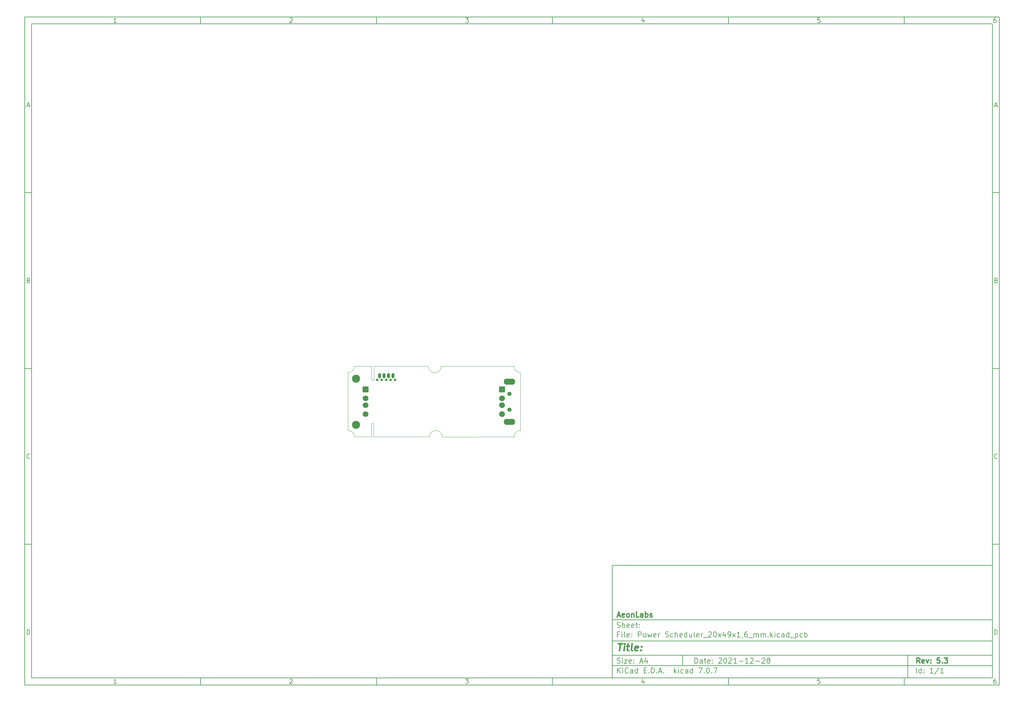
<source format=gbr>
G04 #@! TF.GenerationSoftware,KiCad,Pcbnew,7.0.7*
G04 #@! TF.CreationDate,2023-09-06T15:28:22+02:00*
G04 #@! TF.ProjectId,Power Scheduler_20x49x1_6_mm,506f7765-7220-4536-9368-6564756c6572,5.3*
G04 #@! TF.SameCoordinates,Original*
G04 #@! TF.FileFunction,Soldermask,Bot*
G04 #@! TF.FilePolarity,Negative*
%FSLAX46Y46*%
G04 Gerber Fmt 4.6, Leading zero omitted, Abs format (unit mm)*
G04 Created by KiCad (PCBNEW 7.0.7) date 2023-09-06 15:28:22*
%MOMM*%
%LPD*%
G01*
G04 APERTURE LIST*
G04 Aperture macros list*
%AMRoundRect*
0 Rectangle with rounded corners*
0 $1 Rounding radius*
0 $2 $3 $4 $5 $6 $7 $8 $9 X,Y pos of 4 corners*
0 Add a 4 corners polygon primitive as box body*
4,1,4,$2,$3,$4,$5,$6,$7,$8,$9,$2,$3,0*
0 Add four circle primitives for the rounded corners*
1,1,$1+$1,$2,$3*
1,1,$1+$1,$4,$5*
1,1,$1+$1,$6,$7*
1,1,$1+$1,$8,$9*
0 Add four rect primitives between the rounded corners*
20,1,$1+$1,$2,$3,$4,$5,0*
20,1,$1+$1,$4,$5,$6,$7,0*
20,1,$1+$1,$6,$7,$8,$9,0*
20,1,$1+$1,$8,$9,$2,$3,0*%
G04 Aperture macros list end*
%ADD10C,0.100000*%
%ADD11C,0.150000*%
%ADD12C,0.300000*%
%ADD13C,0.400000*%
%ADD14C,2.300000*%
%ADD15RoundRect,0.102000X-0.714000X0.714000X-0.714000X-0.714000X0.714000X-0.714000X0.714000X0.714000X0*%
%ADD16C,1.632000*%
%ADD17C,1.250000*%
%ADD18RoundRect,0.076200X0.754000X-0.754000X0.754000X0.754000X-0.754000X0.754000X-0.754000X-0.754000X0*%
%ADD19C,1.660400*%
%ADD20O,3.302400X1.727400*%
%ADD21C,0.700000*%
%ADD22O,0.800000X1.500000*%
G04 #@! TA.AperFunction,Profile*
%ADD23C,0.050000*%
G04 #@! TD*
G04 APERTURE END LIST*
D10*
D11*
X177002200Y-166007200D02*
X285002200Y-166007200D01*
X285002200Y-198007200D01*
X177002200Y-198007200D01*
X177002200Y-166007200D01*
D10*
D11*
X10000000Y-10000000D02*
X287002200Y-10000000D01*
X287002200Y-200007200D01*
X10000000Y-200007200D01*
X10000000Y-10000000D01*
D10*
D11*
X12000000Y-12000000D02*
X285002200Y-12000000D01*
X285002200Y-198007200D01*
X12000000Y-198007200D01*
X12000000Y-12000000D01*
D10*
D11*
X60000000Y-12000000D02*
X60000000Y-10000000D01*
D10*
D11*
X110000000Y-12000000D02*
X110000000Y-10000000D01*
D10*
D11*
X160000000Y-12000000D02*
X160000000Y-10000000D01*
D10*
D11*
X210000000Y-12000000D02*
X210000000Y-10000000D01*
D10*
D11*
X260000000Y-12000000D02*
X260000000Y-10000000D01*
D10*
D11*
X36089160Y-11593604D02*
X35346303Y-11593604D01*
X35717731Y-11593604D02*
X35717731Y-10293604D01*
X35717731Y-10293604D02*
X35593922Y-10479319D01*
X35593922Y-10479319D02*
X35470112Y-10603128D01*
X35470112Y-10603128D02*
X35346303Y-10665033D01*
D10*
D11*
X85346303Y-10417414D02*
X85408207Y-10355509D01*
X85408207Y-10355509D02*
X85532017Y-10293604D01*
X85532017Y-10293604D02*
X85841541Y-10293604D01*
X85841541Y-10293604D02*
X85965350Y-10355509D01*
X85965350Y-10355509D02*
X86027255Y-10417414D01*
X86027255Y-10417414D02*
X86089160Y-10541223D01*
X86089160Y-10541223D02*
X86089160Y-10665033D01*
X86089160Y-10665033D02*
X86027255Y-10850747D01*
X86027255Y-10850747D02*
X85284398Y-11593604D01*
X85284398Y-11593604D02*
X86089160Y-11593604D01*
D10*
D11*
X135284398Y-10293604D02*
X136089160Y-10293604D01*
X136089160Y-10293604D02*
X135655826Y-10788842D01*
X135655826Y-10788842D02*
X135841541Y-10788842D01*
X135841541Y-10788842D02*
X135965350Y-10850747D01*
X135965350Y-10850747D02*
X136027255Y-10912652D01*
X136027255Y-10912652D02*
X136089160Y-11036461D01*
X136089160Y-11036461D02*
X136089160Y-11345985D01*
X136089160Y-11345985D02*
X136027255Y-11469795D01*
X136027255Y-11469795D02*
X135965350Y-11531700D01*
X135965350Y-11531700D02*
X135841541Y-11593604D01*
X135841541Y-11593604D02*
X135470112Y-11593604D01*
X135470112Y-11593604D02*
X135346303Y-11531700D01*
X135346303Y-11531700D02*
X135284398Y-11469795D01*
D10*
D11*
X185965350Y-10726938D02*
X185965350Y-11593604D01*
X185655826Y-10231700D02*
X185346303Y-11160271D01*
X185346303Y-11160271D02*
X186151064Y-11160271D01*
D10*
D11*
X236027255Y-10293604D02*
X235408207Y-10293604D01*
X235408207Y-10293604D02*
X235346303Y-10912652D01*
X235346303Y-10912652D02*
X235408207Y-10850747D01*
X235408207Y-10850747D02*
X235532017Y-10788842D01*
X235532017Y-10788842D02*
X235841541Y-10788842D01*
X235841541Y-10788842D02*
X235965350Y-10850747D01*
X235965350Y-10850747D02*
X236027255Y-10912652D01*
X236027255Y-10912652D02*
X236089160Y-11036461D01*
X236089160Y-11036461D02*
X236089160Y-11345985D01*
X236089160Y-11345985D02*
X236027255Y-11469795D01*
X236027255Y-11469795D02*
X235965350Y-11531700D01*
X235965350Y-11531700D02*
X235841541Y-11593604D01*
X235841541Y-11593604D02*
X235532017Y-11593604D01*
X235532017Y-11593604D02*
X235408207Y-11531700D01*
X235408207Y-11531700D02*
X235346303Y-11469795D01*
D10*
D11*
X285965350Y-10293604D02*
X285717731Y-10293604D01*
X285717731Y-10293604D02*
X285593922Y-10355509D01*
X285593922Y-10355509D02*
X285532017Y-10417414D01*
X285532017Y-10417414D02*
X285408207Y-10603128D01*
X285408207Y-10603128D02*
X285346303Y-10850747D01*
X285346303Y-10850747D02*
X285346303Y-11345985D01*
X285346303Y-11345985D02*
X285408207Y-11469795D01*
X285408207Y-11469795D02*
X285470112Y-11531700D01*
X285470112Y-11531700D02*
X285593922Y-11593604D01*
X285593922Y-11593604D02*
X285841541Y-11593604D01*
X285841541Y-11593604D02*
X285965350Y-11531700D01*
X285965350Y-11531700D02*
X286027255Y-11469795D01*
X286027255Y-11469795D02*
X286089160Y-11345985D01*
X286089160Y-11345985D02*
X286089160Y-11036461D01*
X286089160Y-11036461D02*
X286027255Y-10912652D01*
X286027255Y-10912652D02*
X285965350Y-10850747D01*
X285965350Y-10850747D02*
X285841541Y-10788842D01*
X285841541Y-10788842D02*
X285593922Y-10788842D01*
X285593922Y-10788842D02*
X285470112Y-10850747D01*
X285470112Y-10850747D02*
X285408207Y-10912652D01*
X285408207Y-10912652D02*
X285346303Y-11036461D01*
D10*
D11*
X60000000Y-198007200D02*
X60000000Y-200007200D01*
D10*
D11*
X110000000Y-198007200D02*
X110000000Y-200007200D01*
D10*
D11*
X160000000Y-198007200D02*
X160000000Y-200007200D01*
D10*
D11*
X210000000Y-198007200D02*
X210000000Y-200007200D01*
D10*
D11*
X260000000Y-198007200D02*
X260000000Y-200007200D01*
D10*
D11*
X36089160Y-199600804D02*
X35346303Y-199600804D01*
X35717731Y-199600804D02*
X35717731Y-198300804D01*
X35717731Y-198300804D02*
X35593922Y-198486519D01*
X35593922Y-198486519D02*
X35470112Y-198610328D01*
X35470112Y-198610328D02*
X35346303Y-198672233D01*
D10*
D11*
X85346303Y-198424614D02*
X85408207Y-198362709D01*
X85408207Y-198362709D02*
X85532017Y-198300804D01*
X85532017Y-198300804D02*
X85841541Y-198300804D01*
X85841541Y-198300804D02*
X85965350Y-198362709D01*
X85965350Y-198362709D02*
X86027255Y-198424614D01*
X86027255Y-198424614D02*
X86089160Y-198548423D01*
X86089160Y-198548423D02*
X86089160Y-198672233D01*
X86089160Y-198672233D02*
X86027255Y-198857947D01*
X86027255Y-198857947D02*
X85284398Y-199600804D01*
X85284398Y-199600804D02*
X86089160Y-199600804D01*
D10*
D11*
X135284398Y-198300804D02*
X136089160Y-198300804D01*
X136089160Y-198300804D02*
X135655826Y-198796042D01*
X135655826Y-198796042D02*
X135841541Y-198796042D01*
X135841541Y-198796042D02*
X135965350Y-198857947D01*
X135965350Y-198857947D02*
X136027255Y-198919852D01*
X136027255Y-198919852D02*
X136089160Y-199043661D01*
X136089160Y-199043661D02*
X136089160Y-199353185D01*
X136089160Y-199353185D02*
X136027255Y-199476995D01*
X136027255Y-199476995D02*
X135965350Y-199538900D01*
X135965350Y-199538900D02*
X135841541Y-199600804D01*
X135841541Y-199600804D02*
X135470112Y-199600804D01*
X135470112Y-199600804D02*
X135346303Y-199538900D01*
X135346303Y-199538900D02*
X135284398Y-199476995D01*
D10*
D11*
X185965350Y-198734138D02*
X185965350Y-199600804D01*
X185655826Y-198238900D02*
X185346303Y-199167471D01*
X185346303Y-199167471D02*
X186151064Y-199167471D01*
D10*
D11*
X236027255Y-198300804D02*
X235408207Y-198300804D01*
X235408207Y-198300804D02*
X235346303Y-198919852D01*
X235346303Y-198919852D02*
X235408207Y-198857947D01*
X235408207Y-198857947D02*
X235532017Y-198796042D01*
X235532017Y-198796042D02*
X235841541Y-198796042D01*
X235841541Y-198796042D02*
X235965350Y-198857947D01*
X235965350Y-198857947D02*
X236027255Y-198919852D01*
X236027255Y-198919852D02*
X236089160Y-199043661D01*
X236089160Y-199043661D02*
X236089160Y-199353185D01*
X236089160Y-199353185D02*
X236027255Y-199476995D01*
X236027255Y-199476995D02*
X235965350Y-199538900D01*
X235965350Y-199538900D02*
X235841541Y-199600804D01*
X235841541Y-199600804D02*
X235532017Y-199600804D01*
X235532017Y-199600804D02*
X235408207Y-199538900D01*
X235408207Y-199538900D02*
X235346303Y-199476995D01*
D10*
D11*
X285965350Y-198300804D02*
X285717731Y-198300804D01*
X285717731Y-198300804D02*
X285593922Y-198362709D01*
X285593922Y-198362709D02*
X285532017Y-198424614D01*
X285532017Y-198424614D02*
X285408207Y-198610328D01*
X285408207Y-198610328D02*
X285346303Y-198857947D01*
X285346303Y-198857947D02*
X285346303Y-199353185D01*
X285346303Y-199353185D02*
X285408207Y-199476995D01*
X285408207Y-199476995D02*
X285470112Y-199538900D01*
X285470112Y-199538900D02*
X285593922Y-199600804D01*
X285593922Y-199600804D02*
X285841541Y-199600804D01*
X285841541Y-199600804D02*
X285965350Y-199538900D01*
X285965350Y-199538900D02*
X286027255Y-199476995D01*
X286027255Y-199476995D02*
X286089160Y-199353185D01*
X286089160Y-199353185D02*
X286089160Y-199043661D01*
X286089160Y-199043661D02*
X286027255Y-198919852D01*
X286027255Y-198919852D02*
X285965350Y-198857947D01*
X285965350Y-198857947D02*
X285841541Y-198796042D01*
X285841541Y-198796042D02*
X285593922Y-198796042D01*
X285593922Y-198796042D02*
X285470112Y-198857947D01*
X285470112Y-198857947D02*
X285408207Y-198919852D01*
X285408207Y-198919852D02*
X285346303Y-199043661D01*
D10*
D11*
X10000000Y-60000000D02*
X12000000Y-60000000D01*
D10*
D11*
X10000000Y-110000000D02*
X12000000Y-110000000D01*
D10*
D11*
X10000000Y-160000000D02*
X12000000Y-160000000D01*
D10*
D11*
X10690476Y-35222176D02*
X11309523Y-35222176D01*
X10566666Y-35593604D02*
X10999999Y-34293604D01*
X10999999Y-34293604D02*
X11433333Y-35593604D01*
D10*
D11*
X11092857Y-84912652D02*
X11278571Y-84974557D01*
X11278571Y-84974557D02*
X11340476Y-85036461D01*
X11340476Y-85036461D02*
X11402380Y-85160271D01*
X11402380Y-85160271D02*
X11402380Y-85345985D01*
X11402380Y-85345985D02*
X11340476Y-85469795D01*
X11340476Y-85469795D02*
X11278571Y-85531700D01*
X11278571Y-85531700D02*
X11154761Y-85593604D01*
X11154761Y-85593604D02*
X10659523Y-85593604D01*
X10659523Y-85593604D02*
X10659523Y-84293604D01*
X10659523Y-84293604D02*
X11092857Y-84293604D01*
X11092857Y-84293604D02*
X11216666Y-84355509D01*
X11216666Y-84355509D02*
X11278571Y-84417414D01*
X11278571Y-84417414D02*
X11340476Y-84541223D01*
X11340476Y-84541223D02*
X11340476Y-84665033D01*
X11340476Y-84665033D02*
X11278571Y-84788842D01*
X11278571Y-84788842D02*
X11216666Y-84850747D01*
X11216666Y-84850747D02*
X11092857Y-84912652D01*
X11092857Y-84912652D02*
X10659523Y-84912652D01*
D10*
D11*
X11402380Y-135469795D02*
X11340476Y-135531700D01*
X11340476Y-135531700D02*
X11154761Y-135593604D01*
X11154761Y-135593604D02*
X11030952Y-135593604D01*
X11030952Y-135593604D02*
X10845238Y-135531700D01*
X10845238Y-135531700D02*
X10721428Y-135407890D01*
X10721428Y-135407890D02*
X10659523Y-135284080D01*
X10659523Y-135284080D02*
X10597619Y-135036461D01*
X10597619Y-135036461D02*
X10597619Y-134850747D01*
X10597619Y-134850747D02*
X10659523Y-134603128D01*
X10659523Y-134603128D02*
X10721428Y-134479319D01*
X10721428Y-134479319D02*
X10845238Y-134355509D01*
X10845238Y-134355509D02*
X11030952Y-134293604D01*
X11030952Y-134293604D02*
X11154761Y-134293604D01*
X11154761Y-134293604D02*
X11340476Y-134355509D01*
X11340476Y-134355509D02*
X11402380Y-134417414D01*
D10*
D11*
X10659523Y-185593604D02*
X10659523Y-184293604D01*
X10659523Y-184293604D02*
X10969047Y-184293604D01*
X10969047Y-184293604D02*
X11154761Y-184355509D01*
X11154761Y-184355509D02*
X11278571Y-184479319D01*
X11278571Y-184479319D02*
X11340476Y-184603128D01*
X11340476Y-184603128D02*
X11402380Y-184850747D01*
X11402380Y-184850747D02*
X11402380Y-185036461D01*
X11402380Y-185036461D02*
X11340476Y-185284080D01*
X11340476Y-185284080D02*
X11278571Y-185407890D01*
X11278571Y-185407890D02*
X11154761Y-185531700D01*
X11154761Y-185531700D02*
X10969047Y-185593604D01*
X10969047Y-185593604D02*
X10659523Y-185593604D01*
D10*
D11*
X287002200Y-60000000D02*
X285002200Y-60000000D01*
D10*
D11*
X287002200Y-110000000D02*
X285002200Y-110000000D01*
D10*
D11*
X287002200Y-160000000D02*
X285002200Y-160000000D01*
D10*
D11*
X285692676Y-35222176D02*
X286311723Y-35222176D01*
X285568866Y-35593604D02*
X286002199Y-34293604D01*
X286002199Y-34293604D02*
X286435533Y-35593604D01*
D10*
D11*
X286095057Y-84912652D02*
X286280771Y-84974557D01*
X286280771Y-84974557D02*
X286342676Y-85036461D01*
X286342676Y-85036461D02*
X286404580Y-85160271D01*
X286404580Y-85160271D02*
X286404580Y-85345985D01*
X286404580Y-85345985D02*
X286342676Y-85469795D01*
X286342676Y-85469795D02*
X286280771Y-85531700D01*
X286280771Y-85531700D02*
X286156961Y-85593604D01*
X286156961Y-85593604D02*
X285661723Y-85593604D01*
X285661723Y-85593604D02*
X285661723Y-84293604D01*
X285661723Y-84293604D02*
X286095057Y-84293604D01*
X286095057Y-84293604D02*
X286218866Y-84355509D01*
X286218866Y-84355509D02*
X286280771Y-84417414D01*
X286280771Y-84417414D02*
X286342676Y-84541223D01*
X286342676Y-84541223D02*
X286342676Y-84665033D01*
X286342676Y-84665033D02*
X286280771Y-84788842D01*
X286280771Y-84788842D02*
X286218866Y-84850747D01*
X286218866Y-84850747D02*
X286095057Y-84912652D01*
X286095057Y-84912652D02*
X285661723Y-84912652D01*
D10*
D11*
X286404580Y-135469795D02*
X286342676Y-135531700D01*
X286342676Y-135531700D02*
X286156961Y-135593604D01*
X286156961Y-135593604D02*
X286033152Y-135593604D01*
X286033152Y-135593604D02*
X285847438Y-135531700D01*
X285847438Y-135531700D02*
X285723628Y-135407890D01*
X285723628Y-135407890D02*
X285661723Y-135284080D01*
X285661723Y-135284080D02*
X285599819Y-135036461D01*
X285599819Y-135036461D02*
X285599819Y-134850747D01*
X285599819Y-134850747D02*
X285661723Y-134603128D01*
X285661723Y-134603128D02*
X285723628Y-134479319D01*
X285723628Y-134479319D02*
X285847438Y-134355509D01*
X285847438Y-134355509D02*
X286033152Y-134293604D01*
X286033152Y-134293604D02*
X286156961Y-134293604D01*
X286156961Y-134293604D02*
X286342676Y-134355509D01*
X286342676Y-134355509D02*
X286404580Y-134417414D01*
D10*
D11*
X285661723Y-185593604D02*
X285661723Y-184293604D01*
X285661723Y-184293604D02*
X285971247Y-184293604D01*
X285971247Y-184293604D02*
X286156961Y-184355509D01*
X286156961Y-184355509D02*
X286280771Y-184479319D01*
X286280771Y-184479319D02*
X286342676Y-184603128D01*
X286342676Y-184603128D02*
X286404580Y-184850747D01*
X286404580Y-184850747D02*
X286404580Y-185036461D01*
X286404580Y-185036461D02*
X286342676Y-185284080D01*
X286342676Y-185284080D02*
X286280771Y-185407890D01*
X286280771Y-185407890D02*
X286156961Y-185531700D01*
X286156961Y-185531700D02*
X285971247Y-185593604D01*
X285971247Y-185593604D02*
X285661723Y-185593604D01*
D10*
D11*
X200458026Y-193793328D02*
X200458026Y-192293328D01*
X200458026Y-192293328D02*
X200815169Y-192293328D01*
X200815169Y-192293328D02*
X201029455Y-192364757D01*
X201029455Y-192364757D02*
X201172312Y-192507614D01*
X201172312Y-192507614D02*
X201243741Y-192650471D01*
X201243741Y-192650471D02*
X201315169Y-192936185D01*
X201315169Y-192936185D02*
X201315169Y-193150471D01*
X201315169Y-193150471D02*
X201243741Y-193436185D01*
X201243741Y-193436185D02*
X201172312Y-193579042D01*
X201172312Y-193579042D02*
X201029455Y-193721900D01*
X201029455Y-193721900D02*
X200815169Y-193793328D01*
X200815169Y-193793328D02*
X200458026Y-193793328D01*
X202600884Y-193793328D02*
X202600884Y-193007614D01*
X202600884Y-193007614D02*
X202529455Y-192864757D01*
X202529455Y-192864757D02*
X202386598Y-192793328D01*
X202386598Y-192793328D02*
X202100884Y-192793328D01*
X202100884Y-192793328D02*
X201958026Y-192864757D01*
X202600884Y-193721900D02*
X202458026Y-193793328D01*
X202458026Y-193793328D02*
X202100884Y-193793328D01*
X202100884Y-193793328D02*
X201958026Y-193721900D01*
X201958026Y-193721900D02*
X201886598Y-193579042D01*
X201886598Y-193579042D02*
X201886598Y-193436185D01*
X201886598Y-193436185D02*
X201958026Y-193293328D01*
X201958026Y-193293328D02*
X202100884Y-193221900D01*
X202100884Y-193221900D02*
X202458026Y-193221900D01*
X202458026Y-193221900D02*
X202600884Y-193150471D01*
X203100884Y-192793328D02*
X203672312Y-192793328D01*
X203315169Y-192293328D02*
X203315169Y-193579042D01*
X203315169Y-193579042D02*
X203386598Y-193721900D01*
X203386598Y-193721900D02*
X203529455Y-193793328D01*
X203529455Y-193793328D02*
X203672312Y-193793328D01*
X204743741Y-193721900D02*
X204600884Y-193793328D01*
X204600884Y-193793328D02*
X204315170Y-193793328D01*
X204315170Y-193793328D02*
X204172312Y-193721900D01*
X204172312Y-193721900D02*
X204100884Y-193579042D01*
X204100884Y-193579042D02*
X204100884Y-193007614D01*
X204100884Y-193007614D02*
X204172312Y-192864757D01*
X204172312Y-192864757D02*
X204315170Y-192793328D01*
X204315170Y-192793328D02*
X204600884Y-192793328D01*
X204600884Y-192793328D02*
X204743741Y-192864757D01*
X204743741Y-192864757D02*
X204815170Y-193007614D01*
X204815170Y-193007614D02*
X204815170Y-193150471D01*
X204815170Y-193150471D02*
X204100884Y-193293328D01*
X205458026Y-193650471D02*
X205529455Y-193721900D01*
X205529455Y-193721900D02*
X205458026Y-193793328D01*
X205458026Y-193793328D02*
X205386598Y-193721900D01*
X205386598Y-193721900D02*
X205458026Y-193650471D01*
X205458026Y-193650471D02*
X205458026Y-193793328D01*
X205458026Y-192864757D02*
X205529455Y-192936185D01*
X205529455Y-192936185D02*
X205458026Y-193007614D01*
X205458026Y-193007614D02*
X205386598Y-192936185D01*
X205386598Y-192936185D02*
X205458026Y-192864757D01*
X205458026Y-192864757D02*
X205458026Y-193007614D01*
X207243741Y-192436185D02*
X207315169Y-192364757D01*
X207315169Y-192364757D02*
X207458027Y-192293328D01*
X207458027Y-192293328D02*
X207815169Y-192293328D01*
X207815169Y-192293328D02*
X207958027Y-192364757D01*
X207958027Y-192364757D02*
X208029455Y-192436185D01*
X208029455Y-192436185D02*
X208100884Y-192579042D01*
X208100884Y-192579042D02*
X208100884Y-192721900D01*
X208100884Y-192721900D02*
X208029455Y-192936185D01*
X208029455Y-192936185D02*
X207172312Y-193793328D01*
X207172312Y-193793328D02*
X208100884Y-193793328D01*
X209029455Y-192293328D02*
X209172312Y-192293328D01*
X209172312Y-192293328D02*
X209315169Y-192364757D01*
X209315169Y-192364757D02*
X209386598Y-192436185D01*
X209386598Y-192436185D02*
X209458026Y-192579042D01*
X209458026Y-192579042D02*
X209529455Y-192864757D01*
X209529455Y-192864757D02*
X209529455Y-193221900D01*
X209529455Y-193221900D02*
X209458026Y-193507614D01*
X209458026Y-193507614D02*
X209386598Y-193650471D01*
X209386598Y-193650471D02*
X209315169Y-193721900D01*
X209315169Y-193721900D02*
X209172312Y-193793328D01*
X209172312Y-193793328D02*
X209029455Y-193793328D01*
X209029455Y-193793328D02*
X208886598Y-193721900D01*
X208886598Y-193721900D02*
X208815169Y-193650471D01*
X208815169Y-193650471D02*
X208743740Y-193507614D01*
X208743740Y-193507614D02*
X208672312Y-193221900D01*
X208672312Y-193221900D02*
X208672312Y-192864757D01*
X208672312Y-192864757D02*
X208743740Y-192579042D01*
X208743740Y-192579042D02*
X208815169Y-192436185D01*
X208815169Y-192436185D02*
X208886598Y-192364757D01*
X208886598Y-192364757D02*
X209029455Y-192293328D01*
X210100883Y-192436185D02*
X210172311Y-192364757D01*
X210172311Y-192364757D02*
X210315169Y-192293328D01*
X210315169Y-192293328D02*
X210672311Y-192293328D01*
X210672311Y-192293328D02*
X210815169Y-192364757D01*
X210815169Y-192364757D02*
X210886597Y-192436185D01*
X210886597Y-192436185D02*
X210958026Y-192579042D01*
X210958026Y-192579042D02*
X210958026Y-192721900D01*
X210958026Y-192721900D02*
X210886597Y-192936185D01*
X210886597Y-192936185D02*
X210029454Y-193793328D01*
X210029454Y-193793328D02*
X210958026Y-193793328D01*
X212386597Y-193793328D02*
X211529454Y-193793328D01*
X211958025Y-193793328D02*
X211958025Y-192293328D01*
X211958025Y-192293328D02*
X211815168Y-192507614D01*
X211815168Y-192507614D02*
X211672311Y-192650471D01*
X211672311Y-192650471D02*
X211529454Y-192721900D01*
X213029453Y-193221900D02*
X214172311Y-193221900D01*
X215672311Y-193793328D02*
X214815168Y-193793328D01*
X215243739Y-193793328D02*
X215243739Y-192293328D01*
X215243739Y-192293328D02*
X215100882Y-192507614D01*
X215100882Y-192507614D02*
X214958025Y-192650471D01*
X214958025Y-192650471D02*
X214815168Y-192721900D01*
X216243739Y-192436185D02*
X216315167Y-192364757D01*
X216315167Y-192364757D02*
X216458025Y-192293328D01*
X216458025Y-192293328D02*
X216815167Y-192293328D01*
X216815167Y-192293328D02*
X216958025Y-192364757D01*
X216958025Y-192364757D02*
X217029453Y-192436185D01*
X217029453Y-192436185D02*
X217100882Y-192579042D01*
X217100882Y-192579042D02*
X217100882Y-192721900D01*
X217100882Y-192721900D02*
X217029453Y-192936185D01*
X217029453Y-192936185D02*
X216172310Y-193793328D01*
X216172310Y-193793328D02*
X217100882Y-193793328D01*
X217743738Y-193221900D02*
X218886596Y-193221900D01*
X219529453Y-192436185D02*
X219600881Y-192364757D01*
X219600881Y-192364757D02*
X219743739Y-192293328D01*
X219743739Y-192293328D02*
X220100881Y-192293328D01*
X220100881Y-192293328D02*
X220243739Y-192364757D01*
X220243739Y-192364757D02*
X220315167Y-192436185D01*
X220315167Y-192436185D02*
X220386596Y-192579042D01*
X220386596Y-192579042D02*
X220386596Y-192721900D01*
X220386596Y-192721900D02*
X220315167Y-192936185D01*
X220315167Y-192936185D02*
X219458024Y-193793328D01*
X219458024Y-193793328D02*
X220386596Y-193793328D01*
X221243738Y-192936185D02*
X221100881Y-192864757D01*
X221100881Y-192864757D02*
X221029452Y-192793328D01*
X221029452Y-192793328D02*
X220958024Y-192650471D01*
X220958024Y-192650471D02*
X220958024Y-192579042D01*
X220958024Y-192579042D02*
X221029452Y-192436185D01*
X221029452Y-192436185D02*
X221100881Y-192364757D01*
X221100881Y-192364757D02*
X221243738Y-192293328D01*
X221243738Y-192293328D02*
X221529452Y-192293328D01*
X221529452Y-192293328D02*
X221672310Y-192364757D01*
X221672310Y-192364757D02*
X221743738Y-192436185D01*
X221743738Y-192436185D02*
X221815167Y-192579042D01*
X221815167Y-192579042D02*
X221815167Y-192650471D01*
X221815167Y-192650471D02*
X221743738Y-192793328D01*
X221743738Y-192793328D02*
X221672310Y-192864757D01*
X221672310Y-192864757D02*
X221529452Y-192936185D01*
X221529452Y-192936185D02*
X221243738Y-192936185D01*
X221243738Y-192936185D02*
X221100881Y-193007614D01*
X221100881Y-193007614D02*
X221029452Y-193079042D01*
X221029452Y-193079042D02*
X220958024Y-193221900D01*
X220958024Y-193221900D02*
X220958024Y-193507614D01*
X220958024Y-193507614D02*
X221029452Y-193650471D01*
X221029452Y-193650471D02*
X221100881Y-193721900D01*
X221100881Y-193721900D02*
X221243738Y-193793328D01*
X221243738Y-193793328D02*
X221529452Y-193793328D01*
X221529452Y-193793328D02*
X221672310Y-193721900D01*
X221672310Y-193721900D02*
X221743738Y-193650471D01*
X221743738Y-193650471D02*
X221815167Y-193507614D01*
X221815167Y-193507614D02*
X221815167Y-193221900D01*
X221815167Y-193221900D02*
X221743738Y-193079042D01*
X221743738Y-193079042D02*
X221672310Y-193007614D01*
X221672310Y-193007614D02*
X221529452Y-192936185D01*
D10*
D11*
X177002200Y-194507200D02*
X285002200Y-194507200D01*
D10*
D11*
X178458026Y-196593328D02*
X178458026Y-195093328D01*
X179315169Y-196593328D02*
X178672312Y-195736185D01*
X179315169Y-195093328D02*
X178458026Y-195950471D01*
X179958026Y-196593328D02*
X179958026Y-195593328D01*
X179958026Y-195093328D02*
X179886598Y-195164757D01*
X179886598Y-195164757D02*
X179958026Y-195236185D01*
X179958026Y-195236185D02*
X180029455Y-195164757D01*
X180029455Y-195164757D02*
X179958026Y-195093328D01*
X179958026Y-195093328D02*
X179958026Y-195236185D01*
X181529455Y-196450471D02*
X181458027Y-196521900D01*
X181458027Y-196521900D02*
X181243741Y-196593328D01*
X181243741Y-196593328D02*
X181100884Y-196593328D01*
X181100884Y-196593328D02*
X180886598Y-196521900D01*
X180886598Y-196521900D02*
X180743741Y-196379042D01*
X180743741Y-196379042D02*
X180672312Y-196236185D01*
X180672312Y-196236185D02*
X180600884Y-195950471D01*
X180600884Y-195950471D02*
X180600884Y-195736185D01*
X180600884Y-195736185D02*
X180672312Y-195450471D01*
X180672312Y-195450471D02*
X180743741Y-195307614D01*
X180743741Y-195307614D02*
X180886598Y-195164757D01*
X180886598Y-195164757D02*
X181100884Y-195093328D01*
X181100884Y-195093328D02*
X181243741Y-195093328D01*
X181243741Y-195093328D02*
X181458027Y-195164757D01*
X181458027Y-195164757D02*
X181529455Y-195236185D01*
X182815170Y-196593328D02*
X182815170Y-195807614D01*
X182815170Y-195807614D02*
X182743741Y-195664757D01*
X182743741Y-195664757D02*
X182600884Y-195593328D01*
X182600884Y-195593328D02*
X182315170Y-195593328D01*
X182315170Y-195593328D02*
X182172312Y-195664757D01*
X182815170Y-196521900D02*
X182672312Y-196593328D01*
X182672312Y-196593328D02*
X182315170Y-196593328D01*
X182315170Y-196593328D02*
X182172312Y-196521900D01*
X182172312Y-196521900D02*
X182100884Y-196379042D01*
X182100884Y-196379042D02*
X182100884Y-196236185D01*
X182100884Y-196236185D02*
X182172312Y-196093328D01*
X182172312Y-196093328D02*
X182315170Y-196021900D01*
X182315170Y-196021900D02*
X182672312Y-196021900D01*
X182672312Y-196021900D02*
X182815170Y-195950471D01*
X184172313Y-196593328D02*
X184172313Y-195093328D01*
X184172313Y-196521900D02*
X184029455Y-196593328D01*
X184029455Y-196593328D02*
X183743741Y-196593328D01*
X183743741Y-196593328D02*
X183600884Y-196521900D01*
X183600884Y-196521900D02*
X183529455Y-196450471D01*
X183529455Y-196450471D02*
X183458027Y-196307614D01*
X183458027Y-196307614D02*
X183458027Y-195879042D01*
X183458027Y-195879042D02*
X183529455Y-195736185D01*
X183529455Y-195736185D02*
X183600884Y-195664757D01*
X183600884Y-195664757D02*
X183743741Y-195593328D01*
X183743741Y-195593328D02*
X184029455Y-195593328D01*
X184029455Y-195593328D02*
X184172313Y-195664757D01*
X186029455Y-195807614D02*
X186529455Y-195807614D01*
X186743741Y-196593328D02*
X186029455Y-196593328D01*
X186029455Y-196593328D02*
X186029455Y-195093328D01*
X186029455Y-195093328D02*
X186743741Y-195093328D01*
X187386598Y-196450471D02*
X187458027Y-196521900D01*
X187458027Y-196521900D02*
X187386598Y-196593328D01*
X187386598Y-196593328D02*
X187315170Y-196521900D01*
X187315170Y-196521900D02*
X187386598Y-196450471D01*
X187386598Y-196450471D02*
X187386598Y-196593328D01*
X188100884Y-196593328D02*
X188100884Y-195093328D01*
X188100884Y-195093328D02*
X188458027Y-195093328D01*
X188458027Y-195093328D02*
X188672313Y-195164757D01*
X188672313Y-195164757D02*
X188815170Y-195307614D01*
X188815170Y-195307614D02*
X188886599Y-195450471D01*
X188886599Y-195450471D02*
X188958027Y-195736185D01*
X188958027Y-195736185D02*
X188958027Y-195950471D01*
X188958027Y-195950471D02*
X188886599Y-196236185D01*
X188886599Y-196236185D02*
X188815170Y-196379042D01*
X188815170Y-196379042D02*
X188672313Y-196521900D01*
X188672313Y-196521900D02*
X188458027Y-196593328D01*
X188458027Y-196593328D02*
X188100884Y-196593328D01*
X189600884Y-196450471D02*
X189672313Y-196521900D01*
X189672313Y-196521900D02*
X189600884Y-196593328D01*
X189600884Y-196593328D02*
X189529456Y-196521900D01*
X189529456Y-196521900D02*
X189600884Y-196450471D01*
X189600884Y-196450471D02*
X189600884Y-196593328D01*
X190243742Y-196164757D02*
X190958028Y-196164757D01*
X190100885Y-196593328D02*
X190600885Y-195093328D01*
X190600885Y-195093328D02*
X191100885Y-196593328D01*
X191600884Y-196450471D02*
X191672313Y-196521900D01*
X191672313Y-196521900D02*
X191600884Y-196593328D01*
X191600884Y-196593328D02*
X191529456Y-196521900D01*
X191529456Y-196521900D02*
X191600884Y-196450471D01*
X191600884Y-196450471D02*
X191600884Y-196593328D01*
X194600884Y-196593328D02*
X194600884Y-195093328D01*
X194743742Y-196021900D02*
X195172313Y-196593328D01*
X195172313Y-195593328D02*
X194600884Y-196164757D01*
X195815170Y-196593328D02*
X195815170Y-195593328D01*
X195815170Y-195093328D02*
X195743742Y-195164757D01*
X195743742Y-195164757D02*
X195815170Y-195236185D01*
X195815170Y-195236185D02*
X195886599Y-195164757D01*
X195886599Y-195164757D02*
X195815170Y-195093328D01*
X195815170Y-195093328D02*
X195815170Y-195236185D01*
X197172314Y-196521900D02*
X197029456Y-196593328D01*
X197029456Y-196593328D02*
X196743742Y-196593328D01*
X196743742Y-196593328D02*
X196600885Y-196521900D01*
X196600885Y-196521900D02*
X196529456Y-196450471D01*
X196529456Y-196450471D02*
X196458028Y-196307614D01*
X196458028Y-196307614D02*
X196458028Y-195879042D01*
X196458028Y-195879042D02*
X196529456Y-195736185D01*
X196529456Y-195736185D02*
X196600885Y-195664757D01*
X196600885Y-195664757D02*
X196743742Y-195593328D01*
X196743742Y-195593328D02*
X197029456Y-195593328D01*
X197029456Y-195593328D02*
X197172314Y-195664757D01*
X198458028Y-196593328D02*
X198458028Y-195807614D01*
X198458028Y-195807614D02*
X198386599Y-195664757D01*
X198386599Y-195664757D02*
X198243742Y-195593328D01*
X198243742Y-195593328D02*
X197958028Y-195593328D01*
X197958028Y-195593328D02*
X197815170Y-195664757D01*
X198458028Y-196521900D02*
X198315170Y-196593328D01*
X198315170Y-196593328D02*
X197958028Y-196593328D01*
X197958028Y-196593328D02*
X197815170Y-196521900D01*
X197815170Y-196521900D02*
X197743742Y-196379042D01*
X197743742Y-196379042D02*
X197743742Y-196236185D01*
X197743742Y-196236185D02*
X197815170Y-196093328D01*
X197815170Y-196093328D02*
X197958028Y-196021900D01*
X197958028Y-196021900D02*
X198315170Y-196021900D01*
X198315170Y-196021900D02*
X198458028Y-195950471D01*
X199815171Y-196593328D02*
X199815171Y-195093328D01*
X199815171Y-196521900D02*
X199672313Y-196593328D01*
X199672313Y-196593328D02*
X199386599Y-196593328D01*
X199386599Y-196593328D02*
X199243742Y-196521900D01*
X199243742Y-196521900D02*
X199172313Y-196450471D01*
X199172313Y-196450471D02*
X199100885Y-196307614D01*
X199100885Y-196307614D02*
X199100885Y-195879042D01*
X199100885Y-195879042D02*
X199172313Y-195736185D01*
X199172313Y-195736185D02*
X199243742Y-195664757D01*
X199243742Y-195664757D02*
X199386599Y-195593328D01*
X199386599Y-195593328D02*
X199672313Y-195593328D01*
X199672313Y-195593328D02*
X199815171Y-195664757D01*
X201529456Y-195093328D02*
X202529456Y-195093328D01*
X202529456Y-195093328D02*
X201886599Y-196593328D01*
X203100884Y-196450471D02*
X203172313Y-196521900D01*
X203172313Y-196521900D02*
X203100884Y-196593328D01*
X203100884Y-196593328D02*
X203029456Y-196521900D01*
X203029456Y-196521900D02*
X203100884Y-196450471D01*
X203100884Y-196450471D02*
X203100884Y-196593328D01*
X204100885Y-195093328D02*
X204243742Y-195093328D01*
X204243742Y-195093328D02*
X204386599Y-195164757D01*
X204386599Y-195164757D02*
X204458028Y-195236185D01*
X204458028Y-195236185D02*
X204529456Y-195379042D01*
X204529456Y-195379042D02*
X204600885Y-195664757D01*
X204600885Y-195664757D02*
X204600885Y-196021900D01*
X204600885Y-196021900D02*
X204529456Y-196307614D01*
X204529456Y-196307614D02*
X204458028Y-196450471D01*
X204458028Y-196450471D02*
X204386599Y-196521900D01*
X204386599Y-196521900D02*
X204243742Y-196593328D01*
X204243742Y-196593328D02*
X204100885Y-196593328D01*
X204100885Y-196593328D02*
X203958028Y-196521900D01*
X203958028Y-196521900D02*
X203886599Y-196450471D01*
X203886599Y-196450471D02*
X203815170Y-196307614D01*
X203815170Y-196307614D02*
X203743742Y-196021900D01*
X203743742Y-196021900D02*
X203743742Y-195664757D01*
X203743742Y-195664757D02*
X203815170Y-195379042D01*
X203815170Y-195379042D02*
X203886599Y-195236185D01*
X203886599Y-195236185D02*
X203958028Y-195164757D01*
X203958028Y-195164757D02*
X204100885Y-195093328D01*
X205243741Y-196450471D02*
X205315170Y-196521900D01*
X205315170Y-196521900D02*
X205243741Y-196593328D01*
X205243741Y-196593328D02*
X205172313Y-196521900D01*
X205172313Y-196521900D02*
X205243741Y-196450471D01*
X205243741Y-196450471D02*
X205243741Y-196593328D01*
X205815170Y-195093328D02*
X206815170Y-195093328D01*
X206815170Y-195093328D02*
X206172313Y-196593328D01*
D10*
D11*
X177002200Y-191507200D02*
X285002200Y-191507200D01*
D10*
D12*
X264413853Y-193785528D02*
X263913853Y-193071242D01*
X263556710Y-193785528D02*
X263556710Y-192285528D01*
X263556710Y-192285528D02*
X264128139Y-192285528D01*
X264128139Y-192285528D02*
X264270996Y-192356957D01*
X264270996Y-192356957D02*
X264342425Y-192428385D01*
X264342425Y-192428385D02*
X264413853Y-192571242D01*
X264413853Y-192571242D02*
X264413853Y-192785528D01*
X264413853Y-192785528D02*
X264342425Y-192928385D01*
X264342425Y-192928385D02*
X264270996Y-192999814D01*
X264270996Y-192999814D02*
X264128139Y-193071242D01*
X264128139Y-193071242D02*
X263556710Y-193071242D01*
X265628139Y-193714100D02*
X265485282Y-193785528D01*
X265485282Y-193785528D02*
X265199568Y-193785528D01*
X265199568Y-193785528D02*
X265056710Y-193714100D01*
X265056710Y-193714100D02*
X264985282Y-193571242D01*
X264985282Y-193571242D02*
X264985282Y-192999814D01*
X264985282Y-192999814D02*
X265056710Y-192856957D01*
X265056710Y-192856957D02*
X265199568Y-192785528D01*
X265199568Y-192785528D02*
X265485282Y-192785528D01*
X265485282Y-192785528D02*
X265628139Y-192856957D01*
X265628139Y-192856957D02*
X265699568Y-192999814D01*
X265699568Y-192999814D02*
X265699568Y-193142671D01*
X265699568Y-193142671D02*
X264985282Y-193285528D01*
X266199567Y-192785528D02*
X266556710Y-193785528D01*
X266556710Y-193785528D02*
X266913853Y-192785528D01*
X267485281Y-193642671D02*
X267556710Y-193714100D01*
X267556710Y-193714100D02*
X267485281Y-193785528D01*
X267485281Y-193785528D02*
X267413853Y-193714100D01*
X267413853Y-193714100D02*
X267485281Y-193642671D01*
X267485281Y-193642671D02*
X267485281Y-193785528D01*
X267485281Y-192856957D02*
X267556710Y-192928385D01*
X267556710Y-192928385D02*
X267485281Y-192999814D01*
X267485281Y-192999814D02*
X267413853Y-192928385D01*
X267413853Y-192928385D02*
X267485281Y-192856957D01*
X267485281Y-192856957D02*
X267485281Y-192999814D01*
X270056710Y-192285528D02*
X269342424Y-192285528D01*
X269342424Y-192285528D02*
X269270996Y-192999814D01*
X269270996Y-192999814D02*
X269342424Y-192928385D01*
X269342424Y-192928385D02*
X269485282Y-192856957D01*
X269485282Y-192856957D02*
X269842424Y-192856957D01*
X269842424Y-192856957D02*
X269985282Y-192928385D01*
X269985282Y-192928385D02*
X270056710Y-192999814D01*
X270056710Y-192999814D02*
X270128139Y-193142671D01*
X270128139Y-193142671D02*
X270128139Y-193499814D01*
X270128139Y-193499814D02*
X270056710Y-193642671D01*
X270056710Y-193642671D02*
X269985282Y-193714100D01*
X269985282Y-193714100D02*
X269842424Y-193785528D01*
X269842424Y-193785528D02*
X269485282Y-193785528D01*
X269485282Y-193785528D02*
X269342424Y-193714100D01*
X269342424Y-193714100D02*
X269270996Y-193642671D01*
X270770995Y-193642671D02*
X270842424Y-193714100D01*
X270842424Y-193714100D02*
X270770995Y-193785528D01*
X270770995Y-193785528D02*
X270699567Y-193714100D01*
X270699567Y-193714100D02*
X270770995Y-193642671D01*
X270770995Y-193642671D02*
X270770995Y-193785528D01*
X271342424Y-192285528D02*
X272270996Y-192285528D01*
X272270996Y-192285528D02*
X271770996Y-192856957D01*
X271770996Y-192856957D02*
X271985281Y-192856957D01*
X271985281Y-192856957D02*
X272128139Y-192928385D01*
X272128139Y-192928385D02*
X272199567Y-192999814D01*
X272199567Y-192999814D02*
X272270996Y-193142671D01*
X272270996Y-193142671D02*
X272270996Y-193499814D01*
X272270996Y-193499814D02*
X272199567Y-193642671D01*
X272199567Y-193642671D02*
X272128139Y-193714100D01*
X272128139Y-193714100D02*
X271985281Y-193785528D01*
X271985281Y-193785528D02*
X271556710Y-193785528D01*
X271556710Y-193785528D02*
X271413853Y-193714100D01*
X271413853Y-193714100D02*
X271342424Y-193642671D01*
D10*
D11*
X178386598Y-193721900D02*
X178600884Y-193793328D01*
X178600884Y-193793328D02*
X178958026Y-193793328D01*
X178958026Y-193793328D02*
X179100884Y-193721900D01*
X179100884Y-193721900D02*
X179172312Y-193650471D01*
X179172312Y-193650471D02*
X179243741Y-193507614D01*
X179243741Y-193507614D02*
X179243741Y-193364757D01*
X179243741Y-193364757D02*
X179172312Y-193221900D01*
X179172312Y-193221900D02*
X179100884Y-193150471D01*
X179100884Y-193150471D02*
X178958026Y-193079042D01*
X178958026Y-193079042D02*
X178672312Y-193007614D01*
X178672312Y-193007614D02*
X178529455Y-192936185D01*
X178529455Y-192936185D02*
X178458026Y-192864757D01*
X178458026Y-192864757D02*
X178386598Y-192721900D01*
X178386598Y-192721900D02*
X178386598Y-192579042D01*
X178386598Y-192579042D02*
X178458026Y-192436185D01*
X178458026Y-192436185D02*
X178529455Y-192364757D01*
X178529455Y-192364757D02*
X178672312Y-192293328D01*
X178672312Y-192293328D02*
X179029455Y-192293328D01*
X179029455Y-192293328D02*
X179243741Y-192364757D01*
X179886597Y-193793328D02*
X179886597Y-192793328D01*
X179886597Y-192293328D02*
X179815169Y-192364757D01*
X179815169Y-192364757D02*
X179886597Y-192436185D01*
X179886597Y-192436185D02*
X179958026Y-192364757D01*
X179958026Y-192364757D02*
X179886597Y-192293328D01*
X179886597Y-192293328D02*
X179886597Y-192436185D01*
X180458026Y-192793328D02*
X181243741Y-192793328D01*
X181243741Y-192793328D02*
X180458026Y-193793328D01*
X180458026Y-193793328D02*
X181243741Y-193793328D01*
X182386598Y-193721900D02*
X182243741Y-193793328D01*
X182243741Y-193793328D02*
X181958027Y-193793328D01*
X181958027Y-193793328D02*
X181815169Y-193721900D01*
X181815169Y-193721900D02*
X181743741Y-193579042D01*
X181743741Y-193579042D02*
X181743741Y-193007614D01*
X181743741Y-193007614D02*
X181815169Y-192864757D01*
X181815169Y-192864757D02*
X181958027Y-192793328D01*
X181958027Y-192793328D02*
X182243741Y-192793328D01*
X182243741Y-192793328D02*
X182386598Y-192864757D01*
X182386598Y-192864757D02*
X182458027Y-193007614D01*
X182458027Y-193007614D02*
X182458027Y-193150471D01*
X182458027Y-193150471D02*
X181743741Y-193293328D01*
X183100883Y-193650471D02*
X183172312Y-193721900D01*
X183172312Y-193721900D02*
X183100883Y-193793328D01*
X183100883Y-193793328D02*
X183029455Y-193721900D01*
X183029455Y-193721900D02*
X183100883Y-193650471D01*
X183100883Y-193650471D02*
X183100883Y-193793328D01*
X183100883Y-192864757D02*
X183172312Y-192936185D01*
X183172312Y-192936185D02*
X183100883Y-193007614D01*
X183100883Y-193007614D02*
X183029455Y-192936185D01*
X183029455Y-192936185D02*
X183100883Y-192864757D01*
X183100883Y-192864757D02*
X183100883Y-193007614D01*
X184886598Y-193364757D02*
X185600884Y-193364757D01*
X184743741Y-193793328D02*
X185243741Y-192293328D01*
X185243741Y-192293328D02*
X185743741Y-193793328D01*
X186886598Y-192793328D02*
X186886598Y-193793328D01*
X186529455Y-192221900D02*
X186172312Y-193293328D01*
X186172312Y-193293328D02*
X187100883Y-193293328D01*
D10*
D11*
X263458026Y-196593328D02*
X263458026Y-195093328D01*
X264815170Y-196593328D02*
X264815170Y-195093328D01*
X264815170Y-196521900D02*
X264672312Y-196593328D01*
X264672312Y-196593328D02*
X264386598Y-196593328D01*
X264386598Y-196593328D02*
X264243741Y-196521900D01*
X264243741Y-196521900D02*
X264172312Y-196450471D01*
X264172312Y-196450471D02*
X264100884Y-196307614D01*
X264100884Y-196307614D02*
X264100884Y-195879042D01*
X264100884Y-195879042D02*
X264172312Y-195736185D01*
X264172312Y-195736185D02*
X264243741Y-195664757D01*
X264243741Y-195664757D02*
X264386598Y-195593328D01*
X264386598Y-195593328D02*
X264672312Y-195593328D01*
X264672312Y-195593328D02*
X264815170Y-195664757D01*
X265529455Y-196450471D02*
X265600884Y-196521900D01*
X265600884Y-196521900D02*
X265529455Y-196593328D01*
X265529455Y-196593328D02*
X265458027Y-196521900D01*
X265458027Y-196521900D02*
X265529455Y-196450471D01*
X265529455Y-196450471D02*
X265529455Y-196593328D01*
X265529455Y-195664757D02*
X265600884Y-195736185D01*
X265600884Y-195736185D02*
X265529455Y-195807614D01*
X265529455Y-195807614D02*
X265458027Y-195736185D01*
X265458027Y-195736185D02*
X265529455Y-195664757D01*
X265529455Y-195664757D02*
X265529455Y-195807614D01*
X268172313Y-196593328D02*
X267315170Y-196593328D01*
X267743741Y-196593328D02*
X267743741Y-195093328D01*
X267743741Y-195093328D02*
X267600884Y-195307614D01*
X267600884Y-195307614D02*
X267458027Y-195450471D01*
X267458027Y-195450471D02*
X267315170Y-195521900D01*
X269886598Y-195021900D02*
X268600884Y-196950471D01*
X271172313Y-196593328D02*
X270315170Y-196593328D01*
X270743741Y-196593328D02*
X270743741Y-195093328D01*
X270743741Y-195093328D02*
X270600884Y-195307614D01*
X270600884Y-195307614D02*
X270458027Y-195450471D01*
X270458027Y-195450471D02*
X270315170Y-195521900D01*
D10*
D11*
X177002200Y-187507200D02*
X285002200Y-187507200D01*
D10*
D13*
X178693928Y-188211638D02*
X179836785Y-188211638D01*
X179015357Y-190211638D02*
X179265357Y-188211638D01*
X180253452Y-190211638D02*
X180420119Y-188878304D01*
X180503452Y-188211638D02*
X180396309Y-188306876D01*
X180396309Y-188306876D02*
X180479643Y-188402114D01*
X180479643Y-188402114D02*
X180586786Y-188306876D01*
X180586786Y-188306876D02*
X180503452Y-188211638D01*
X180503452Y-188211638D02*
X180479643Y-188402114D01*
X181086786Y-188878304D02*
X181848690Y-188878304D01*
X181455833Y-188211638D02*
X181241548Y-189925923D01*
X181241548Y-189925923D02*
X181312976Y-190116400D01*
X181312976Y-190116400D02*
X181491548Y-190211638D01*
X181491548Y-190211638D02*
X181682024Y-190211638D01*
X182634405Y-190211638D02*
X182455833Y-190116400D01*
X182455833Y-190116400D02*
X182384405Y-189925923D01*
X182384405Y-189925923D02*
X182598690Y-188211638D01*
X184170119Y-190116400D02*
X183967738Y-190211638D01*
X183967738Y-190211638D02*
X183586785Y-190211638D01*
X183586785Y-190211638D02*
X183408214Y-190116400D01*
X183408214Y-190116400D02*
X183336785Y-189925923D01*
X183336785Y-189925923D02*
X183432024Y-189164019D01*
X183432024Y-189164019D02*
X183551071Y-188973542D01*
X183551071Y-188973542D02*
X183753452Y-188878304D01*
X183753452Y-188878304D02*
X184134404Y-188878304D01*
X184134404Y-188878304D02*
X184312976Y-188973542D01*
X184312976Y-188973542D02*
X184384404Y-189164019D01*
X184384404Y-189164019D02*
X184360595Y-189354495D01*
X184360595Y-189354495D02*
X183384404Y-189544971D01*
X185134405Y-190021161D02*
X185217738Y-190116400D01*
X185217738Y-190116400D02*
X185110595Y-190211638D01*
X185110595Y-190211638D02*
X185027262Y-190116400D01*
X185027262Y-190116400D02*
X185134405Y-190021161D01*
X185134405Y-190021161D02*
X185110595Y-190211638D01*
X185265357Y-188973542D02*
X185348690Y-189068780D01*
X185348690Y-189068780D02*
X185241548Y-189164019D01*
X185241548Y-189164019D02*
X185158214Y-189068780D01*
X185158214Y-189068780D02*
X185265357Y-188973542D01*
X185265357Y-188973542D02*
X185241548Y-189164019D01*
D10*
D11*
X178958026Y-185607614D02*
X178458026Y-185607614D01*
X178458026Y-186393328D02*
X178458026Y-184893328D01*
X178458026Y-184893328D02*
X179172312Y-184893328D01*
X179743740Y-186393328D02*
X179743740Y-185393328D01*
X179743740Y-184893328D02*
X179672312Y-184964757D01*
X179672312Y-184964757D02*
X179743740Y-185036185D01*
X179743740Y-185036185D02*
X179815169Y-184964757D01*
X179815169Y-184964757D02*
X179743740Y-184893328D01*
X179743740Y-184893328D02*
X179743740Y-185036185D01*
X180672312Y-186393328D02*
X180529455Y-186321900D01*
X180529455Y-186321900D02*
X180458026Y-186179042D01*
X180458026Y-186179042D02*
X180458026Y-184893328D01*
X181815169Y-186321900D02*
X181672312Y-186393328D01*
X181672312Y-186393328D02*
X181386598Y-186393328D01*
X181386598Y-186393328D02*
X181243740Y-186321900D01*
X181243740Y-186321900D02*
X181172312Y-186179042D01*
X181172312Y-186179042D02*
X181172312Y-185607614D01*
X181172312Y-185607614D02*
X181243740Y-185464757D01*
X181243740Y-185464757D02*
X181386598Y-185393328D01*
X181386598Y-185393328D02*
X181672312Y-185393328D01*
X181672312Y-185393328D02*
X181815169Y-185464757D01*
X181815169Y-185464757D02*
X181886598Y-185607614D01*
X181886598Y-185607614D02*
X181886598Y-185750471D01*
X181886598Y-185750471D02*
X181172312Y-185893328D01*
X182529454Y-186250471D02*
X182600883Y-186321900D01*
X182600883Y-186321900D02*
X182529454Y-186393328D01*
X182529454Y-186393328D02*
X182458026Y-186321900D01*
X182458026Y-186321900D02*
X182529454Y-186250471D01*
X182529454Y-186250471D02*
X182529454Y-186393328D01*
X182529454Y-185464757D02*
X182600883Y-185536185D01*
X182600883Y-185536185D02*
X182529454Y-185607614D01*
X182529454Y-185607614D02*
X182458026Y-185536185D01*
X182458026Y-185536185D02*
X182529454Y-185464757D01*
X182529454Y-185464757D02*
X182529454Y-185607614D01*
X184386597Y-186393328D02*
X184386597Y-184893328D01*
X184386597Y-184893328D02*
X184958026Y-184893328D01*
X184958026Y-184893328D02*
X185100883Y-184964757D01*
X185100883Y-184964757D02*
X185172312Y-185036185D01*
X185172312Y-185036185D02*
X185243740Y-185179042D01*
X185243740Y-185179042D02*
X185243740Y-185393328D01*
X185243740Y-185393328D02*
X185172312Y-185536185D01*
X185172312Y-185536185D02*
X185100883Y-185607614D01*
X185100883Y-185607614D02*
X184958026Y-185679042D01*
X184958026Y-185679042D02*
X184386597Y-185679042D01*
X186100883Y-186393328D02*
X185958026Y-186321900D01*
X185958026Y-186321900D02*
X185886597Y-186250471D01*
X185886597Y-186250471D02*
X185815169Y-186107614D01*
X185815169Y-186107614D02*
X185815169Y-185679042D01*
X185815169Y-185679042D02*
X185886597Y-185536185D01*
X185886597Y-185536185D02*
X185958026Y-185464757D01*
X185958026Y-185464757D02*
X186100883Y-185393328D01*
X186100883Y-185393328D02*
X186315169Y-185393328D01*
X186315169Y-185393328D02*
X186458026Y-185464757D01*
X186458026Y-185464757D02*
X186529455Y-185536185D01*
X186529455Y-185536185D02*
X186600883Y-185679042D01*
X186600883Y-185679042D02*
X186600883Y-186107614D01*
X186600883Y-186107614D02*
X186529455Y-186250471D01*
X186529455Y-186250471D02*
X186458026Y-186321900D01*
X186458026Y-186321900D02*
X186315169Y-186393328D01*
X186315169Y-186393328D02*
X186100883Y-186393328D01*
X187100883Y-185393328D02*
X187386598Y-186393328D01*
X187386598Y-186393328D02*
X187672312Y-185679042D01*
X187672312Y-185679042D02*
X187958026Y-186393328D01*
X187958026Y-186393328D02*
X188243740Y-185393328D01*
X189386598Y-186321900D02*
X189243741Y-186393328D01*
X189243741Y-186393328D02*
X188958027Y-186393328D01*
X188958027Y-186393328D02*
X188815169Y-186321900D01*
X188815169Y-186321900D02*
X188743741Y-186179042D01*
X188743741Y-186179042D02*
X188743741Y-185607614D01*
X188743741Y-185607614D02*
X188815169Y-185464757D01*
X188815169Y-185464757D02*
X188958027Y-185393328D01*
X188958027Y-185393328D02*
X189243741Y-185393328D01*
X189243741Y-185393328D02*
X189386598Y-185464757D01*
X189386598Y-185464757D02*
X189458027Y-185607614D01*
X189458027Y-185607614D02*
X189458027Y-185750471D01*
X189458027Y-185750471D02*
X188743741Y-185893328D01*
X190100883Y-186393328D02*
X190100883Y-185393328D01*
X190100883Y-185679042D02*
X190172312Y-185536185D01*
X190172312Y-185536185D02*
X190243741Y-185464757D01*
X190243741Y-185464757D02*
X190386598Y-185393328D01*
X190386598Y-185393328D02*
X190529455Y-185393328D01*
X192100883Y-186321900D02*
X192315169Y-186393328D01*
X192315169Y-186393328D02*
X192672311Y-186393328D01*
X192672311Y-186393328D02*
X192815169Y-186321900D01*
X192815169Y-186321900D02*
X192886597Y-186250471D01*
X192886597Y-186250471D02*
X192958026Y-186107614D01*
X192958026Y-186107614D02*
X192958026Y-185964757D01*
X192958026Y-185964757D02*
X192886597Y-185821900D01*
X192886597Y-185821900D02*
X192815169Y-185750471D01*
X192815169Y-185750471D02*
X192672311Y-185679042D01*
X192672311Y-185679042D02*
X192386597Y-185607614D01*
X192386597Y-185607614D02*
X192243740Y-185536185D01*
X192243740Y-185536185D02*
X192172311Y-185464757D01*
X192172311Y-185464757D02*
X192100883Y-185321900D01*
X192100883Y-185321900D02*
X192100883Y-185179042D01*
X192100883Y-185179042D02*
X192172311Y-185036185D01*
X192172311Y-185036185D02*
X192243740Y-184964757D01*
X192243740Y-184964757D02*
X192386597Y-184893328D01*
X192386597Y-184893328D02*
X192743740Y-184893328D01*
X192743740Y-184893328D02*
X192958026Y-184964757D01*
X194243740Y-186321900D02*
X194100882Y-186393328D01*
X194100882Y-186393328D02*
X193815168Y-186393328D01*
X193815168Y-186393328D02*
X193672311Y-186321900D01*
X193672311Y-186321900D02*
X193600882Y-186250471D01*
X193600882Y-186250471D02*
X193529454Y-186107614D01*
X193529454Y-186107614D02*
X193529454Y-185679042D01*
X193529454Y-185679042D02*
X193600882Y-185536185D01*
X193600882Y-185536185D02*
X193672311Y-185464757D01*
X193672311Y-185464757D02*
X193815168Y-185393328D01*
X193815168Y-185393328D02*
X194100882Y-185393328D01*
X194100882Y-185393328D02*
X194243740Y-185464757D01*
X194886596Y-186393328D02*
X194886596Y-184893328D01*
X195529454Y-186393328D02*
X195529454Y-185607614D01*
X195529454Y-185607614D02*
X195458025Y-185464757D01*
X195458025Y-185464757D02*
X195315168Y-185393328D01*
X195315168Y-185393328D02*
X195100882Y-185393328D01*
X195100882Y-185393328D02*
X194958025Y-185464757D01*
X194958025Y-185464757D02*
X194886596Y-185536185D01*
X196815168Y-186321900D02*
X196672311Y-186393328D01*
X196672311Y-186393328D02*
X196386597Y-186393328D01*
X196386597Y-186393328D02*
X196243739Y-186321900D01*
X196243739Y-186321900D02*
X196172311Y-186179042D01*
X196172311Y-186179042D02*
X196172311Y-185607614D01*
X196172311Y-185607614D02*
X196243739Y-185464757D01*
X196243739Y-185464757D02*
X196386597Y-185393328D01*
X196386597Y-185393328D02*
X196672311Y-185393328D01*
X196672311Y-185393328D02*
X196815168Y-185464757D01*
X196815168Y-185464757D02*
X196886597Y-185607614D01*
X196886597Y-185607614D02*
X196886597Y-185750471D01*
X196886597Y-185750471D02*
X196172311Y-185893328D01*
X198172311Y-186393328D02*
X198172311Y-184893328D01*
X198172311Y-186321900D02*
X198029453Y-186393328D01*
X198029453Y-186393328D02*
X197743739Y-186393328D01*
X197743739Y-186393328D02*
X197600882Y-186321900D01*
X197600882Y-186321900D02*
X197529453Y-186250471D01*
X197529453Y-186250471D02*
X197458025Y-186107614D01*
X197458025Y-186107614D02*
X197458025Y-185679042D01*
X197458025Y-185679042D02*
X197529453Y-185536185D01*
X197529453Y-185536185D02*
X197600882Y-185464757D01*
X197600882Y-185464757D02*
X197743739Y-185393328D01*
X197743739Y-185393328D02*
X198029453Y-185393328D01*
X198029453Y-185393328D02*
X198172311Y-185464757D01*
X199529454Y-185393328D02*
X199529454Y-186393328D01*
X198886596Y-185393328D02*
X198886596Y-186179042D01*
X198886596Y-186179042D02*
X198958025Y-186321900D01*
X198958025Y-186321900D02*
X199100882Y-186393328D01*
X199100882Y-186393328D02*
X199315168Y-186393328D01*
X199315168Y-186393328D02*
X199458025Y-186321900D01*
X199458025Y-186321900D02*
X199529454Y-186250471D01*
X200458025Y-186393328D02*
X200315168Y-186321900D01*
X200315168Y-186321900D02*
X200243739Y-186179042D01*
X200243739Y-186179042D02*
X200243739Y-184893328D01*
X201600882Y-186321900D02*
X201458025Y-186393328D01*
X201458025Y-186393328D02*
X201172311Y-186393328D01*
X201172311Y-186393328D02*
X201029453Y-186321900D01*
X201029453Y-186321900D02*
X200958025Y-186179042D01*
X200958025Y-186179042D02*
X200958025Y-185607614D01*
X200958025Y-185607614D02*
X201029453Y-185464757D01*
X201029453Y-185464757D02*
X201172311Y-185393328D01*
X201172311Y-185393328D02*
X201458025Y-185393328D01*
X201458025Y-185393328D02*
X201600882Y-185464757D01*
X201600882Y-185464757D02*
X201672311Y-185607614D01*
X201672311Y-185607614D02*
X201672311Y-185750471D01*
X201672311Y-185750471D02*
X200958025Y-185893328D01*
X202315167Y-186393328D02*
X202315167Y-185393328D01*
X202315167Y-185679042D02*
X202386596Y-185536185D01*
X202386596Y-185536185D02*
X202458025Y-185464757D01*
X202458025Y-185464757D02*
X202600882Y-185393328D01*
X202600882Y-185393328D02*
X202743739Y-185393328D01*
X202886596Y-186536185D02*
X204029453Y-186536185D01*
X204315167Y-185036185D02*
X204386595Y-184964757D01*
X204386595Y-184964757D02*
X204529453Y-184893328D01*
X204529453Y-184893328D02*
X204886595Y-184893328D01*
X204886595Y-184893328D02*
X205029453Y-184964757D01*
X205029453Y-184964757D02*
X205100881Y-185036185D01*
X205100881Y-185036185D02*
X205172310Y-185179042D01*
X205172310Y-185179042D02*
X205172310Y-185321900D01*
X205172310Y-185321900D02*
X205100881Y-185536185D01*
X205100881Y-185536185D02*
X204243738Y-186393328D01*
X204243738Y-186393328D02*
X205172310Y-186393328D01*
X206100881Y-184893328D02*
X206243738Y-184893328D01*
X206243738Y-184893328D02*
X206386595Y-184964757D01*
X206386595Y-184964757D02*
X206458024Y-185036185D01*
X206458024Y-185036185D02*
X206529452Y-185179042D01*
X206529452Y-185179042D02*
X206600881Y-185464757D01*
X206600881Y-185464757D02*
X206600881Y-185821900D01*
X206600881Y-185821900D02*
X206529452Y-186107614D01*
X206529452Y-186107614D02*
X206458024Y-186250471D01*
X206458024Y-186250471D02*
X206386595Y-186321900D01*
X206386595Y-186321900D02*
X206243738Y-186393328D01*
X206243738Y-186393328D02*
X206100881Y-186393328D01*
X206100881Y-186393328D02*
X205958024Y-186321900D01*
X205958024Y-186321900D02*
X205886595Y-186250471D01*
X205886595Y-186250471D02*
X205815166Y-186107614D01*
X205815166Y-186107614D02*
X205743738Y-185821900D01*
X205743738Y-185821900D02*
X205743738Y-185464757D01*
X205743738Y-185464757D02*
X205815166Y-185179042D01*
X205815166Y-185179042D02*
X205886595Y-185036185D01*
X205886595Y-185036185D02*
X205958024Y-184964757D01*
X205958024Y-184964757D02*
X206100881Y-184893328D01*
X207100880Y-186393328D02*
X207886595Y-185393328D01*
X207100880Y-185393328D02*
X207886595Y-186393328D01*
X209100881Y-185393328D02*
X209100881Y-186393328D01*
X208743738Y-184821900D02*
X208386595Y-185893328D01*
X208386595Y-185893328D02*
X209315166Y-185893328D01*
X209958023Y-186393328D02*
X210243737Y-186393328D01*
X210243737Y-186393328D02*
X210386594Y-186321900D01*
X210386594Y-186321900D02*
X210458023Y-186250471D01*
X210458023Y-186250471D02*
X210600880Y-186036185D01*
X210600880Y-186036185D02*
X210672309Y-185750471D01*
X210672309Y-185750471D02*
X210672309Y-185179042D01*
X210672309Y-185179042D02*
X210600880Y-185036185D01*
X210600880Y-185036185D02*
X210529452Y-184964757D01*
X210529452Y-184964757D02*
X210386594Y-184893328D01*
X210386594Y-184893328D02*
X210100880Y-184893328D01*
X210100880Y-184893328D02*
X209958023Y-184964757D01*
X209958023Y-184964757D02*
X209886594Y-185036185D01*
X209886594Y-185036185D02*
X209815166Y-185179042D01*
X209815166Y-185179042D02*
X209815166Y-185536185D01*
X209815166Y-185536185D02*
X209886594Y-185679042D01*
X209886594Y-185679042D02*
X209958023Y-185750471D01*
X209958023Y-185750471D02*
X210100880Y-185821900D01*
X210100880Y-185821900D02*
X210386594Y-185821900D01*
X210386594Y-185821900D02*
X210529452Y-185750471D01*
X210529452Y-185750471D02*
X210600880Y-185679042D01*
X210600880Y-185679042D02*
X210672309Y-185536185D01*
X211172308Y-186393328D02*
X211958023Y-185393328D01*
X211172308Y-185393328D02*
X211958023Y-186393328D01*
X213315166Y-186393328D02*
X212458023Y-186393328D01*
X212886594Y-186393328D02*
X212886594Y-184893328D01*
X212886594Y-184893328D02*
X212743737Y-185107614D01*
X212743737Y-185107614D02*
X212600880Y-185250471D01*
X212600880Y-185250471D02*
X212458023Y-185321900D01*
X214029451Y-186321900D02*
X214029451Y-186393328D01*
X214029451Y-186393328D02*
X213958022Y-186536185D01*
X213958022Y-186536185D02*
X213886594Y-186607614D01*
X215315166Y-184893328D02*
X215029451Y-184893328D01*
X215029451Y-184893328D02*
X214886594Y-184964757D01*
X214886594Y-184964757D02*
X214815166Y-185036185D01*
X214815166Y-185036185D02*
X214672308Y-185250471D01*
X214672308Y-185250471D02*
X214600880Y-185536185D01*
X214600880Y-185536185D02*
X214600880Y-186107614D01*
X214600880Y-186107614D02*
X214672308Y-186250471D01*
X214672308Y-186250471D02*
X214743737Y-186321900D01*
X214743737Y-186321900D02*
X214886594Y-186393328D01*
X214886594Y-186393328D02*
X215172308Y-186393328D01*
X215172308Y-186393328D02*
X215315166Y-186321900D01*
X215315166Y-186321900D02*
X215386594Y-186250471D01*
X215386594Y-186250471D02*
X215458023Y-186107614D01*
X215458023Y-186107614D02*
X215458023Y-185750471D01*
X215458023Y-185750471D02*
X215386594Y-185607614D01*
X215386594Y-185607614D02*
X215315166Y-185536185D01*
X215315166Y-185536185D02*
X215172308Y-185464757D01*
X215172308Y-185464757D02*
X214886594Y-185464757D01*
X214886594Y-185464757D02*
X214743737Y-185536185D01*
X214743737Y-185536185D02*
X214672308Y-185607614D01*
X214672308Y-185607614D02*
X214600880Y-185750471D01*
X215743737Y-186536185D02*
X216886594Y-186536185D01*
X217243736Y-186393328D02*
X217243736Y-185393328D01*
X217243736Y-185536185D02*
X217315165Y-185464757D01*
X217315165Y-185464757D02*
X217458022Y-185393328D01*
X217458022Y-185393328D02*
X217672308Y-185393328D01*
X217672308Y-185393328D02*
X217815165Y-185464757D01*
X217815165Y-185464757D02*
X217886594Y-185607614D01*
X217886594Y-185607614D02*
X217886594Y-186393328D01*
X217886594Y-185607614D02*
X217958022Y-185464757D01*
X217958022Y-185464757D02*
X218100879Y-185393328D01*
X218100879Y-185393328D02*
X218315165Y-185393328D01*
X218315165Y-185393328D02*
X218458022Y-185464757D01*
X218458022Y-185464757D02*
X218529451Y-185607614D01*
X218529451Y-185607614D02*
X218529451Y-186393328D01*
X219243736Y-186393328D02*
X219243736Y-185393328D01*
X219243736Y-185536185D02*
X219315165Y-185464757D01*
X219315165Y-185464757D02*
X219458022Y-185393328D01*
X219458022Y-185393328D02*
X219672308Y-185393328D01*
X219672308Y-185393328D02*
X219815165Y-185464757D01*
X219815165Y-185464757D02*
X219886594Y-185607614D01*
X219886594Y-185607614D02*
X219886594Y-186393328D01*
X219886594Y-185607614D02*
X219958022Y-185464757D01*
X219958022Y-185464757D02*
X220100879Y-185393328D01*
X220100879Y-185393328D02*
X220315165Y-185393328D01*
X220315165Y-185393328D02*
X220458022Y-185464757D01*
X220458022Y-185464757D02*
X220529451Y-185607614D01*
X220529451Y-185607614D02*
X220529451Y-186393328D01*
X221243736Y-186250471D02*
X221315165Y-186321900D01*
X221315165Y-186321900D02*
X221243736Y-186393328D01*
X221243736Y-186393328D02*
X221172308Y-186321900D01*
X221172308Y-186321900D02*
X221243736Y-186250471D01*
X221243736Y-186250471D02*
X221243736Y-186393328D01*
X221958022Y-186393328D02*
X221958022Y-184893328D01*
X222100880Y-185821900D02*
X222529451Y-186393328D01*
X222529451Y-185393328D02*
X221958022Y-185964757D01*
X223172308Y-186393328D02*
X223172308Y-185393328D01*
X223172308Y-184893328D02*
X223100880Y-184964757D01*
X223100880Y-184964757D02*
X223172308Y-185036185D01*
X223172308Y-185036185D02*
X223243737Y-184964757D01*
X223243737Y-184964757D02*
X223172308Y-184893328D01*
X223172308Y-184893328D02*
X223172308Y-185036185D01*
X224529452Y-186321900D02*
X224386594Y-186393328D01*
X224386594Y-186393328D02*
X224100880Y-186393328D01*
X224100880Y-186393328D02*
X223958023Y-186321900D01*
X223958023Y-186321900D02*
X223886594Y-186250471D01*
X223886594Y-186250471D02*
X223815166Y-186107614D01*
X223815166Y-186107614D02*
X223815166Y-185679042D01*
X223815166Y-185679042D02*
X223886594Y-185536185D01*
X223886594Y-185536185D02*
X223958023Y-185464757D01*
X223958023Y-185464757D02*
X224100880Y-185393328D01*
X224100880Y-185393328D02*
X224386594Y-185393328D01*
X224386594Y-185393328D02*
X224529452Y-185464757D01*
X225815166Y-186393328D02*
X225815166Y-185607614D01*
X225815166Y-185607614D02*
X225743737Y-185464757D01*
X225743737Y-185464757D02*
X225600880Y-185393328D01*
X225600880Y-185393328D02*
X225315166Y-185393328D01*
X225315166Y-185393328D02*
X225172308Y-185464757D01*
X225815166Y-186321900D02*
X225672308Y-186393328D01*
X225672308Y-186393328D02*
X225315166Y-186393328D01*
X225315166Y-186393328D02*
X225172308Y-186321900D01*
X225172308Y-186321900D02*
X225100880Y-186179042D01*
X225100880Y-186179042D02*
X225100880Y-186036185D01*
X225100880Y-186036185D02*
X225172308Y-185893328D01*
X225172308Y-185893328D02*
X225315166Y-185821900D01*
X225315166Y-185821900D02*
X225672308Y-185821900D01*
X225672308Y-185821900D02*
X225815166Y-185750471D01*
X227172309Y-186393328D02*
X227172309Y-184893328D01*
X227172309Y-186321900D02*
X227029451Y-186393328D01*
X227029451Y-186393328D02*
X226743737Y-186393328D01*
X226743737Y-186393328D02*
X226600880Y-186321900D01*
X226600880Y-186321900D02*
X226529451Y-186250471D01*
X226529451Y-186250471D02*
X226458023Y-186107614D01*
X226458023Y-186107614D02*
X226458023Y-185679042D01*
X226458023Y-185679042D02*
X226529451Y-185536185D01*
X226529451Y-185536185D02*
X226600880Y-185464757D01*
X226600880Y-185464757D02*
X226743737Y-185393328D01*
X226743737Y-185393328D02*
X227029451Y-185393328D01*
X227029451Y-185393328D02*
X227172309Y-185464757D01*
X227529452Y-186536185D02*
X228672309Y-186536185D01*
X229029451Y-185393328D02*
X229029451Y-186893328D01*
X229029451Y-185464757D02*
X229172309Y-185393328D01*
X229172309Y-185393328D02*
X229458023Y-185393328D01*
X229458023Y-185393328D02*
X229600880Y-185464757D01*
X229600880Y-185464757D02*
X229672309Y-185536185D01*
X229672309Y-185536185D02*
X229743737Y-185679042D01*
X229743737Y-185679042D02*
X229743737Y-186107614D01*
X229743737Y-186107614D02*
X229672309Y-186250471D01*
X229672309Y-186250471D02*
X229600880Y-186321900D01*
X229600880Y-186321900D02*
X229458023Y-186393328D01*
X229458023Y-186393328D02*
X229172309Y-186393328D01*
X229172309Y-186393328D02*
X229029451Y-186321900D01*
X231029452Y-186321900D02*
X230886594Y-186393328D01*
X230886594Y-186393328D02*
X230600880Y-186393328D01*
X230600880Y-186393328D02*
X230458023Y-186321900D01*
X230458023Y-186321900D02*
X230386594Y-186250471D01*
X230386594Y-186250471D02*
X230315166Y-186107614D01*
X230315166Y-186107614D02*
X230315166Y-185679042D01*
X230315166Y-185679042D02*
X230386594Y-185536185D01*
X230386594Y-185536185D02*
X230458023Y-185464757D01*
X230458023Y-185464757D02*
X230600880Y-185393328D01*
X230600880Y-185393328D02*
X230886594Y-185393328D01*
X230886594Y-185393328D02*
X231029452Y-185464757D01*
X231672308Y-186393328D02*
X231672308Y-184893328D01*
X231672308Y-185464757D02*
X231815166Y-185393328D01*
X231815166Y-185393328D02*
X232100880Y-185393328D01*
X232100880Y-185393328D02*
X232243737Y-185464757D01*
X232243737Y-185464757D02*
X232315166Y-185536185D01*
X232315166Y-185536185D02*
X232386594Y-185679042D01*
X232386594Y-185679042D02*
X232386594Y-186107614D01*
X232386594Y-186107614D02*
X232315166Y-186250471D01*
X232315166Y-186250471D02*
X232243737Y-186321900D01*
X232243737Y-186321900D02*
X232100880Y-186393328D01*
X232100880Y-186393328D02*
X231815166Y-186393328D01*
X231815166Y-186393328D02*
X231672308Y-186321900D01*
D10*
D11*
X177002200Y-181507200D02*
X285002200Y-181507200D01*
D10*
D11*
X178386598Y-183621900D02*
X178600884Y-183693328D01*
X178600884Y-183693328D02*
X178958026Y-183693328D01*
X178958026Y-183693328D02*
X179100884Y-183621900D01*
X179100884Y-183621900D02*
X179172312Y-183550471D01*
X179172312Y-183550471D02*
X179243741Y-183407614D01*
X179243741Y-183407614D02*
X179243741Y-183264757D01*
X179243741Y-183264757D02*
X179172312Y-183121900D01*
X179172312Y-183121900D02*
X179100884Y-183050471D01*
X179100884Y-183050471D02*
X178958026Y-182979042D01*
X178958026Y-182979042D02*
X178672312Y-182907614D01*
X178672312Y-182907614D02*
X178529455Y-182836185D01*
X178529455Y-182836185D02*
X178458026Y-182764757D01*
X178458026Y-182764757D02*
X178386598Y-182621900D01*
X178386598Y-182621900D02*
X178386598Y-182479042D01*
X178386598Y-182479042D02*
X178458026Y-182336185D01*
X178458026Y-182336185D02*
X178529455Y-182264757D01*
X178529455Y-182264757D02*
X178672312Y-182193328D01*
X178672312Y-182193328D02*
X179029455Y-182193328D01*
X179029455Y-182193328D02*
X179243741Y-182264757D01*
X179886597Y-183693328D02*
X179886597Y-182193328D01*
X180529455Y-183693328D02*
X180529455Y-182907614D01*
X180529455Y-182907614D02*
X180458026Y-182764757D01*
X180458026Y-182764757D02*
X180315169Y-182693328D01*
X180315169Y-182693328D02*
X180100883Y-182693328D01*
X180100883Y-182693328D02*
X179958026Y-182764757D01*
X179958026Y-182764757D02*
X179886597Y-182836185D01*
X181815169Y-183621900D02*
X181672312Y-183693328D01*
X181672312Y-183693328D02*
X181386598Y-183693328D01*
X181386598Y-183693328D02*
X181243740Y-183621900D01*
X181243740Y-183621900D02*
X181172312Y-183479042D01*
X181172312Y-183479042D02*
X181172312Y-182907614D01*
X181172312Y-182907614D02*
X181243740Y-182764757D01*
X181243740Y-182764757D02*
X181386598Y-182693328D01*
X181386598Y-182693328D02*
X181672312Y-182693328D01*
X181672312Y-182693328D02*
X181815169Y-182764757D01*
X181815169Y-182764757D02*
X181886598Y-182907614D01*
X181886598Y-182907614D02*
X181886598Y-183050471D01*
X181886598Y-183050471D02*
X181172312Y-183193328D01*
X183100883Y-183621900D02*
X182958026Y-183693328D01*
X182958026Y-183693328D02*
X182672312Y-183693328D01*
X182672312Y-183693328D02*
X182529454Y-183621900D01*
X182529454Y-183621900D02*
X182458026Y-183479042D01*
X182458026Y-183479042D02*
X182458026Y-182907614D01*
X182458026Y-182907614D02*
X182529454Y-182764757D01*
X182529454Y-182764757D02*
X182672312Y-182693328D01*
X182672312Y-182693328D02*
X182958026Y-182693328D01*
X182958026Y-182693328D02*
X183100883Y-182764757D01*
X183100883Y-182764757D02*
X183172312Y-182907614D01*
X183172312Y-182907614D02*
X183172312Y-183050471D01*
X183172312Y-183050471D02*
X182458026Y-183193328D01*
X183600883Y-182693328D02*
X184172311Y-182693328D01*
X183815168Y-182193328D02*
X183815168Y-183479042D01*
X183815168Y-183479042D02*
X183886597Y-183621900D01*
X183886597Y-183621900D02*
X184029454Y-183693328D01*
X184029454Y-183693328D02*
X184172311Y-183693328D01*
X184672311Y-183550471D02*
X184743740Y-183621900D01*
X184743740Y-183621900D02*
X184672311Y-183693328D01*
X184672311Y-183693328D02*
X184600883Y-183621900D01*
X184600883Y-183621900D02*
X184672311Y-183550471D01*
X184672311Y-183550471D02*
X184672311Y-183693328D01*
X184672311Y-182764757D02*
X184743740Y-182836185D01*
X184743740Y-182836185D02*
X184672311Y-182907614D01*
X184672311Y-182907614D02*
X184600883Y-182836185D01*
X184600883Y-182836185D02*
X184672311Y-182764757D01*
X184672311Y-182764757D02*
X184672311Y-182907614D01*
D10*
D12*
X178485282Y-180256957D02*
X179199568Y-180256957D01*
X178342425Y-180685528D02*
X178842425Y-179185528D01*
X178842425Y-179185528D02*
X179342425Y-180685528D01*
X180413853Y-180614100D02*
X180270996Y-180685528D01*
X180270996Y-180685528D02*
X179985282Y-180685528D01*
X179985282Y-180685528D02*
X179842424Y-180614100D01*
X179842424Y-180614100D02*
X179770996Y-180471242D01*
X179770996Y-180471242D02*
X179770996Y-179899814D01*
X179770996Y-179899814D02*
X179842424Y-179756957D01*
X179842424Y-179756957D02*
X179985282Y-179685528D01*
X179985282Y-179685528D02*
X180270996Y-179685528D01*
X180270996Y-179685528D02*
X180413853Y-179756957D01*
X180413853Y-179756957D02*
X180485282Y-179899814D01*
X180485282Y-179899814D02*
X180485282Y-180042671D01*
X180485282Y-180042671D02*
X179770996Y-180185528D01*
X181342424Y-180685528D02*
X181199567Y-180614100D01*
X181199567Y-180614100D02*
X181128138Y-180542671D01*
X181128138Y-180542671D02*
X181056710Y-180399814D01*
X181056710Y-180399814D02*
X181056710Y-179971242D01*
X181056710Y-179971242D02*
X181128138Y-179828385D01*
X181128138Y-179828385D02*
X181199567Y-179756957D01*
X181199567Y-179756957D02*
X181342424Y-179685528D01*
X181342424Y-179685528D02*
X181556710Y-179685528D01*
X181556710Y-179685528D02*
X181699567Y-179756957D01*
X181699567Y-179756957D02*
X181770996Y-179828385D01*
X181770996Y-179828385D02*
X181842424Y-179971242D01*
X181842424Y-179971242D02*
X181842424Y-180399814D01*
X181842424Y-180399814D02*
X181770996Y-180542671D01*
X181770996Y-180542671D02*
X181699567Y-180614100D01*
X181699567Y-180614100D02*
X181556710Y-180685528D01*
X181556710Y-180685528D02*
X181342424Y-180685528D01*
X182485281Y-179685528D02*
X182485281Y-180685528D01*
X182485281Y-179828385D02*
X182556710Y-179756957D01*
X182556710Y-179756957D02*
X182699567Y-179685528D01*
X182699567Y-179685528D02*
X182913853Y-179685528D01*
X182913853Y-179685528D02*
X183056710Y-179756957D01*
X183056710Y-179756957D02*
X183128139Y-179899814D01*
X183128139Y-179899814D02*
X183128139Y-180685528D01*
X184556710Y-180685528D02*
X183842424Y-180685528D01*
X183842424Y-180685528D02*
X183842424Y-179185528D01*
X185699568Y-180685528D02*
X185699568Y-179899814D01*
X185699568Y-179899814D02*
X185628139Y-179756957D01*
X185628139Y-179756957D02*
X185485282Y-179685528D01*
X185485282Y-179685528D02*
X185199568Y-179685528D01*
X185199568Y-179685528D02*
X185056710Y-179756957D01*
X185699568Y-180614100D02*
X185556710Y-180685528D01*
X185556710Y-180685528D02*
X185199568Y-180685528D01*
X185199568Y-180685528D02*
X185056710Y-180614100D01*
X185056710Y-180614100D02*
X184985282Y-180471242D01*
X184985282Y-180471242D02*
X184985282Y-180328385D01*
X184985282Y-180328385D02*
X185056710Y-180185528D01*
X185056710Y-180185528D02*
X185199568Y-180114100D01*
X185199568Y-180114100D02*
X185556710Y-180114100D01*
X185556710Y-180114100D02*
X185699568Y-180042671D01*
X186413853Y-180685528D02*
X186413853Y-179185528D01*
X186413853Y-179756957D02*
X186556711Y-179685528D01*
X186556711Y-179685528D02*
X186842425Y-179685528D01*
X186842425Y-179685528D02*
X186985282Y-179756957D01*
X186985282Y-179756957D02*
X187056711Y-179828385D01*
X187056711Y-179828385D02*
X187128139Y-179971242D01*
X187128139Y-179971242D02*
X187128139Y-180399814D01*
X187128139Y-180399814D02*
X187056711Y-180542671D01*
X187056711Y-180542671D02*
X186985282Y-180614100D01*
X186985282Y-180614100D02*
X186842425Y-180685528D01*
X186842425Y-180685528D02*
X186556711Y-180685528D01*
X186556711Y-180685528D02*
X186413853Y-180614100D01*
X187699568Y-180614100D02*
X187842425Y-180685528D01*
X187842425Y-180685528D02*
X188128139Y-180685528D01*
X188128139Y-180685528D02*
X188270996Y-180614100D01*
X188270996Y-180614100D02*
X188342425Y-180471242D01*
X188342425Y-180471242D02*
X188342425Y-180399814D01*
X188342425Y-180399814D02*
X188270996Y-180256957D01*
X188270996Y-180256957D02*
X188128139Y-180185528D01*
X188128139Y-180185528D02*
X187913854Y-180185528D01*
X187913854Y-180185528D02*
X187770996Y-180114100D01*
X187770996Y-180114100D02*
X187699568Y-179971242D01*
X187699568Y-179971242D02*
X187699568Y-179899814D01*
X187699568Y-179899814D02*
X187770996Y-179756957D01*
X187770996Y-179756957D02*
X187913854Y-179685528D01*
X187913854Y-179685528D02*
X188128139Y-179685528D01*
X188128139Y-179685528D02*
X188270996Y-179756957D01*
D10*
D11*
D10*
D11*
D10*
D11*
D10*
D11*
D10*
D11*
X197002200Y-191507200D02*
X197002200Y-194507200D01*
D10*
D11*
X261002200Y-191507200D02*
X261002200Y-198007200D01*
D14*
G04 #@! TO.C,P1*
X104180000Y-112870000D03*
X104180000Y-126010000D03*
D15*
X106890000Y-115940000D03*
D16*
X106890000Y-118440000D03*
X106890000Y-120440000D03*
X106890000Y-122940000D03*
G04 #@! TD*
D17*
G04 #@! TO.C,J1*
X147770000Y-121710000D03*
X147770000Y-117210000D03*
D18*
X145670000Y-115960000D03*
D19*
X145670000Y-118460000D03*
X145670000Y-120460000D03*
X145670000Y-122960000D03*
D20*
X147770000Y-113760000D03*
X147770000Y-125160000D03*
G04 #@! TD*
D21*
G04 #@! TO.C,ICSP1*
X110200000Y-113200000D03*
X111470000Y-113200000D03*
X112740000Y-113200000D03*
X114010000Y-113200000D03*
X115280000Y-113200000D03*
D22*
X114645000Y-112045000D03*
X113375000Y-112045000D03*
X112105000Y-112045000D03*
X110835000Y-112045000D03*
G04 #@! TD*
D23*
G04 #@! TO.C,G\u002A\u002A\u002A*
X150899932Y-127602602D02*
X150899932Y-111182876D01*
X128680069Y-129472739D02*
X149089932Y-129412602D01*
X128350069Y-109362739D02*
X149089932Y-109372876D01*
X125059103Y-129402678D02*
X109200069Y-129392739D01*
X124740454Y-109352262D02*
X109210069Y-109352739D01*
X109210069Y-113192739D02*
X109210069Y-109352739D01*
X109200069Y-129392739D02*
X109200069Y-125552739D01*
X109200069Y-125552739D02*
X108570069Y-125552739D01*
X108580069Y-113192739D02*
X109210069Y-113192739D01*
X108580069Y-109352739D02*
X108580069Y-113192739D01*
X108580069Y-109352739D02*
X103700206Y-109352876D01*
X108570069Y-129392739D02*
X103700069Y-129392739D01*
X108570069Y-125552739D02*
X108570069Y-129392739D01*
X101890069Y-127582739D02*
X101890206Y-111162876D01*
X149089932Y-109372876D02*
G75*
G03*
X150899932Y-111182876I1810001J1D01*
G01*
X150899932Y-127602602D02*
G75*
G03*
X149089932Y-129412602I1J-1810001D01*
G01*
X124740454Y-109352262D02*
G75*
G03*
X128350069Y-109362739I1804649J-59822D01*
G01*
X128680068Y-129472739D02*
G75*
G03*
X125059104Y-129402678I-1809999J60000D01*
G01*
X101890206Y-111162876D02*
G75*
G03*
X103700206Y-109352876I-3J1810003D01*
G01*
X103700067Y-129392739D02*
G75*
G03*
X101890069Y-127582739I-1810084J-84D01*
G01*
G04 #@! TD*
M02*

</source>
